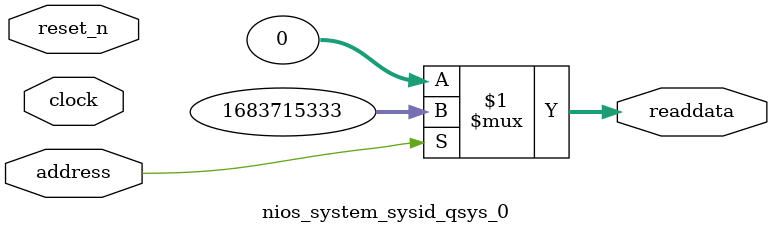
<source format=v>



// synthesis translate_off
`timescale 1ns / 1ps
// synthesis translate_on

// turn off superfluous verilog processor warnings 
// altera message_level Level1 
// altera message_off 10034 10035 10036 10037 10230 10240 10030 

module nios_system_sysid_qsys_0 (
               // inputs:
                address,
                clock,
                reset_n,

               // outputs:
                readdata
             )
;

  output  [ 31: 0] readdata;
  input            address;
  input            clock;
  input            reset_n;

  wire    [ 31: 0] readdata;
  //control_slave, which is an e_avalon_slave
  assign readdata = address ? 1683715333 : 0;

endmodule



</source>
